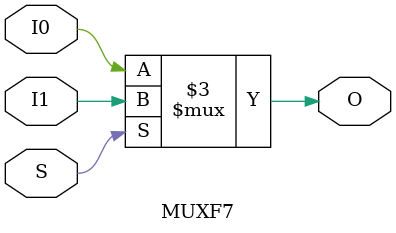
<source format=v>

`timescale  100 ps / 10 ps

module MUXF7 (O, I0, I1, S);

    output O;
    reg    O;

    input  I0, I1, S;

	always @(I0 or I1 or S) 
	    if (S)
		O <= I1;
	    else
		O <= I0;
endmodule


</source>
